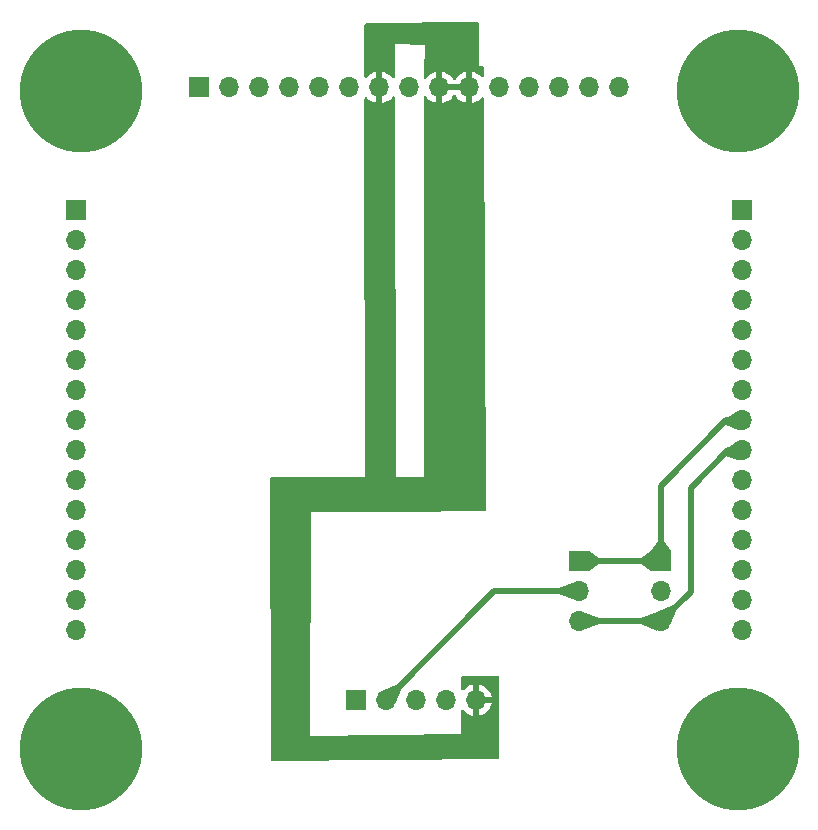
<source format=gbr>
%TF.GenerationSoftware,KiCad,Pcbnew,7.0.7*%
%TF.CreationDate,2024-04-01T01:41:43+05:30*%
%TF.ProjectId,Telemetry_Stack,54656c65-6d65-4747-9279-5f537461636b,rev?*%
%TF.SameCoordinates,Original*%
%TF.FileFunction,Copper,L1,Top*%
%TF.FilePolarity,Positive*%
%FSLAX46Y46*%
G04 Gerber Fmt 4.6, Leading zero omitted, Abs format (unit mm)*
G04 Created by KiCad (PCBNEW 7.0.7) date 2024-04-01 01:41:43*
%MOMM*%
%LPD*%
G01*
G04 APERTURE LIST*
%TA.AperFunction,ComponentPad*%
%ADD10R,1.700000X1.700000*%
%TD*%
%TA.AperFunction,ComponentPad*%
%ADD11O,1.700000X1.700000*%
%TD*%
%TA.AperFunction,ComponentPad*%
%ADD12C,10.400000*%
%TD*%
%TA.AperFunction,Conductor*%
%ADD13C,0.500000*%
%TD*%
G04 APERTURE END LIST*
D10*
%TO.P,J2,1,Pin_1*%
%TO.N,TX_TELEM*%
X158419800Y-103657400D03*
D11*
%TO.P,J2,2,Pin_2*%
%TO.N,RX_MODULE*%
X158419800Y-106197400D03*
%TO.P,J2,3,Pin_3*%
%TO.N,RX_TELEM*%
X158419800Y-108737400D03*
%TD*%
D10*
%TO.P,J1,1,Pin_1*%
%TO.N,TX_TELEM*%
X151485600Y-103647000D03*
D11*
%TO.P,J1,2,Pin_2*%
%TO.N,TX_MODULE*%
X151485600Y-106187000D03*
%TO.P,J1,3,Pin_3*%
%TO.N,RX_TELEM*%
X151485600Y-108727000D03*
%TD*%
D10*
%TO.P,U2,1*%
%TO.N,unconnected-(U2-Pad1)*%
X165296800Y-73947400D03*
D11*
%TO.P,U2,2*%
%TO.N,unconnected-(U2-Pad2)*%
X165296800Y-76487400D03*
%TO.P,U2,3*%
%TO.N,unconnected-(U2-Pad3)*%
X165296800Y-79027400D03*
%TO.P,U2,4*%
%TO.N,unconnected-(U2-Pad4)*%
X165296800Y-81567400D03*
%TO.P,U2,5*%
%TO.N,unconnected-(U2-Pad5)*%
X165296800Y-84107400D03*
%TO.P,U2,6*%
%TO.N,unconnected-(U2-Pad6)*%
X165296800Y-86647400D03*
%TO.P,U2,7*%
%TO.N,unconnected-(U2-Pad7)*%
X165296800Y-89187400D03*
%TO.P,U2,8*%
%TO.N,TX_TELEM*%
X165296800Y-91727400D03*
%TO.P,U2,9*%
%TO.N,RX_TELEM*%
X165296800Y-94267400D03*
%TO.P,U2,10*%
%TO.N,unconnected-(U2-Pad10)*%
X165296800Y-96807400D03*
%TO.P,U2,11*%
%TO.N,unconnected-(U2-Pad11)*%
X165296800Y-99347400D03*
%TO.P,U2,12*%
%TO.N,unconnected-(U2-Pad12)*%
X165296800Y-101887400D03*
%TO.P,U2,13*%
%TO.N,unconnected-(U2-Pad13)*%
X165296800Y-104427400D03*
%TO.P,U2,14*%
%TO.N,unconnected-(U2-Pad14)*%
X165296800Y-106967400D03*
%TO.P,U2,15*%
%TO.N,unconnected-(U2-Pad15)*%
X165296800Y-109507400D03*
%TO.P,U2,16*%
%TO.N,unconnected-(U2-Pad16)*%
X108896800Y-109477400D03*
%TO.P,U2,17*%
%TO.N,unconnected-(U2-Pad17)*%
X108896800Y-106937400D03*
%TO.P,U2,18*%
%TO.N,unconnected-(U2-Pad18)*%
X108896800Y-104397400D03*
%TO.P,U2,19*%
%TO.N,unconnected-(U2-Pad19)*%
X108896800Y-101857400D03*
%TO.P,U2,20*%
%TO.N,unconnected-(U2-Pad20)*%
X108896800Y-99317400D03*
%TO.P,U2,21*%
%TO.N,unconnected-(U2-Pad21)*%
X108896800Y-96777400D03*
%TO.P,U2,22*%
%TO.N,unconnected-(U2-Pad22)*%
X108896800Y-94237400D03*
%TO.P,U2,23*%
%TO.N,unconnected-(U2-Pad23)*%
X108896800Y-91697400D03*
%TO.P,U2,24*%
%TO.N,unconnected-(U2-Pad24)*%
X108896800Y-89157400D03*
%TO.P,U2,25*%
%TO.N,unconnected-(U2-Pad25)*%
X108896800Y-86617400D03*
%TO.P,U2,26*%
%TO.N,unconnected-(U2-Pad26)*%
X108896800Y-84077400D03*
%TO.P,U2,27*%
%TO.N,unconnected-(U2-Pad27)*%
X108896800Y-81537400D03*
%TO.P,U2,28*%
%TO.N,unconnected-(U2-Pad28)*%
X108896800Y-78997400D03*
%TO.P,U2,29*%
%TO.N,unconnected-(U2-Pad29)*%
X108896800Y-76457400D03*
D10*
%TO.P,U2,30*%
%TO.N,unconnected-(U2-Pad30)*%
X108896800Y-73917400D03*
%TO.P,U2,31*%
%TO.N,unconnected-(U2-Pad31)*%
X119321800Y-63532400D03*
D11*
%TO.P,U2,32*%
%TO.N,unconnected-(U2-Pad32)*%
X121861800Y-63532400D03*
%TO.P,U2,33*%
%TO.N,unconnected-(U2-Pad33)*%
X124401800Y-63532400D03*
%TO.P,U2,34*%
%TO.N,unconnected-(U2-Pad34)*%
X126941800Y-63532400D03*
%TO.P,U2,35*%
%TO.N,unconnected-(U2-Pad35)*%
X129481800Y-63532400D03*
%TO.P,U2,36*%
%TO.N,unconnected-(U2-Pad36)*%
X132021800Y-63532400D03*
%TO.P,U2,37*%
%TO.N,3.3V*%
X134561800Y-63532400D03*
%TO.P,U2,38*%
%TO.N,unconnected-(U2-Pad38)*%
X137101800Y-63532400D03*
%TO.P,U2,39*%
%TO.N,3.3V*%
X139641800Y-63532400D03*
%TO.P,U2,40*%
X142181800Y-63532400D03*
%TO.P,U2,41*%
%TO.N,unconnected-(U2-Pad41)*%
X144721800Y-63532400D03*
%TO.P,U2,42*%
%TO.N,unconnected-(U2-Pad42)*%
X147261800Y-63532400D03*
%TO.P,U2,43*%
%TO.N,unconnected-(U2-Pad43)*%
X149801800Y-63532400D03*
%TO.P,U2,44*%
%TO.N,unconnected-(U2-Pad44)*%
X152341800Y-63532400D03*
%TO.P,U2,45*%
%TO.N,unconnected-(U2-Pad45)*%
X154881800Y-63532400D03*
D12*
%TO.P,U2,49,1*%
%TO.N,GND*%
X164896800Y-119532400D03*
%TO.P,U2,50,1*%
X109296800Y-119532400D03*
%TO.P,U2,51,1*%
X109296800Y-63832400D03*
%TO.P,U2,52,1*%
X164896800Y-63847400D03*
%TD*%
D11*
%TO.P,U1,1,VDD*%
%TO.N,3.3V*%
X142732200Y-115388400D03*
%TO.P,U1,2,RST*%
%TO.N,unconnected-(U1-RST-Pad2)*%
X140192200Y-115388400D03*
%TO.P,U1,3,RXD*%
%TO.N,RX_MODULE*%
X137652200Y-115388400D03*
%TO.P,U1,4,TXD*%
%TO.N,TX_MODULE*%
X135112200Y-115388400D03*
D10*
%TO.P,U1,5,GND*%
%TO.N,GND*%
X132572200Y-115388400D03*
%TD*%
D13*
%TO.N,RX_TELEM*%
X160909000Y-97434400D02*
X164076000Y-94267400D01*
X160909000Y-106248200D02*
X160909000Y-97434400D01*
X164076000Y-94267400D02*
X165296800Y-94267400D01*
X151485600Y-108727000D02*
X158409400Y-108727000D01*
X158409400Y-108727000D02*
X158419800Y-108737400D01*
X158419800Y-108737400D02*
X160909000Y-106248200D01*
%TO.N,TX_TELEM*%
X158419800Y-103657400D02*
X158419800Y-97256600D01*
X158419800Y-97256600D02*
X163949000Y-91727400D01*
X158409400Y-103647000D02*
X158419800Y-103657400D01*
X163949000Y-91727400D02*
X165296800Y-91727400D01*
X151485600Y-103647000D02*
X158409400Y-103647000D01*
%TO.N,TX_MODULE*%
X144313600Y-106187000D02*
X151485600Y-106187000D01*
X135112200Y-115388400D02*
X144313600Y-106187000D01*
%TD*%
%TA.AperFunction,Conductor*%
%TO.N,RX_TELEM*%
G36*
X164702566Y-93673150D02*
G01*
X165291962Y-94261161D01*
X165295399Y-94269430D01*
X165294506Y-94273926D01*
X164975400Y-95043339D01*
X164969066Y-95049668D01*
X164961702Y-95050194D01*
X163917043Y-94783815D01*
X163911661Y-94780751D01*
X163570430Y-94439520D01*
X163567003Y-94431247D01*
X163570430Y-94422974D01*
X163572166Y-94421544D01*
X164687779Y-93671722D01*
X164696554Y-93669952D01*
X164702566Y-93673150D01*
G37*
%TD.AperFunction*%
%TD*%
%TA.AperFunction,Conductor*%
%TO.N,TX_TELEM*%
G36*
X158672010Y-101960827D02*
G01*
X158673296Y-101962353D01*
X159264120Y-102799353D01*
X159266091Y-102808088D01*
X159262839Y-102814368D01*
X158428078Y-103650112D01*
X158419807Y-103653544D01*
X158411532Y-103650122D01*
X158411522Y-103650112D01*
X157576760Y-102814368D01*
X157573338Y-102806093D01*
X157575477Y-102799356D01*
X158166303Y-101962353D01*
X158173875Y-101957570D01*
X158175863Y-101957400D01*
X158663737Y-101957400D01*
X158672010Y-101960827D01*
G37*
%TD.AperFunction*%
%TD*%
%TA.AperFunction,Conductor*%
%TO.N,RX_TELEM*%
G36*
X153178145Y-108474097D02*
G01*
X153184611Y-108480293D01*
X153185600Y-108485000D01*
X153185600Y-108968999D01*
X153182173Y-108977272D01*
X153178145Y-108979902D01*
X151821541Y-109508146D01*
X151812589Y-109507954D01*
X151806491Y-109501732D01*
X151486465Y-108731488D01*
X151486456Y-108722533D01*
X151486456Y-108722532D01*
X151806491Y-107952266D01*
X151812830Y-107945942D01*
X151821541Y-107945853D01*
X153178145Y-108474097D01*
G37*
%TD.AperFunction*%
%TD*%
%TA.AperFunction,Conductor*%
%TO.N,TX_TELEM*%
G36*
X164975952Y-90953074D02*
G01*
X164976689Y-90954546D01*
X165295644Y-91722209D01*
X165295653Y-91731164D01*
X165295646Y-91731180D01*
X164975673Y-92502681D01*
X164969339Y-92509010D01*
X164961216Y-92509315D01*
X163879384Y-92154089D01*
X163874761Y-92151246D01*
X163533841Y-91810326D01*
X163530414Y-91802053D01*
X163533841Y-91793780D01*
X163536153Y-91791985D01*
X164959925Y-90948966D01*
X164968788Y-90947701D01*
X164975952Y-90953074D01*
G37*
%TD.AperFunction*%
%TD*%
%TA.AperFunction,Conductor*%
%TO.N,3.3V*%
G36*
X142359312Y-64031907D02*
G01*
X142412115Y-64077662D01*
X142431800Y-64144701D01*
X142431800Y-64863033D01*
X142645283Y-64805833D01*
X142645292Y-64805829D01*
X142859378Y-64706000D01*
X143052878Y-64570508D01*
X143209945Y-64413441D01*
X143271269Y-64379956D01*
X143340960Y-64384940D01*
X143396894Y-64426811D01*
X143421311Y-64492276D01*
X143421626Y-64500537D01*
X143585616Y-99266459D01*
X143566247Y-99333591D01*
X143513660Y-99379594D01*
X143462461Y-99391041D01*
X136118600Y-99441000D01*
X128803400Y-99441000D01*
X128651000Y-118414800D01*
X141452600Y-118313200D01*
X141452600Y-116307871D01*
X141472285Y-116240832D01*
X141525089Y-116195077D01*
X141594247Y-116185133D01*
X141657803Y-116214158D01*
X141678175Y-116236748D01*
X141694092Y-116259480D01*
X141861117Y-116426505D01*
X142054621Y-116562000D01*
X142268707Y-116661829D01*
X142268716Y-116661833D01*
X142482200Y-116719034D01*
X142482200Y-116000701D01*
X142501885Y-115933662D01*
X142554689Y-115887907D01*
X142623847Y-115877963D01*
X142696437Y-115888400D01*
X142696438Y-115888400D01*
X142767962Y-115888400D01*
X142767963Y-115888400D01*
X142840553Y-115877963D01*
X142909712Y-115887907D01*
X142962515Y-115933662D01*
X142982200Y-116000701D01*
X142982200Y-116719033D01*
X143195683Y-116661833D01*
X143195692Y-116661829D01*
X143409778Y-116562000D01*
X143603282Y-116426505D01*
X143770305Y-116259482D01*
X143905800Y-116065978D01*
X144005629Y-115851892D01*
X144005632Y-115851886D01*
X144062836Y-115638400D01*
X143345547Y-115638400D01*
X143278508Y-115618715D01*
X143232753Y-115565911D01*
X143222809Y-115496753D01*
X143226569Y-115479467D01*
X143232200Y-115460288D01*
X143232200Y-115316511D01*
X143226569Y-115297333D01*
X143226570Y-115227464D01*
X143264345Y-115168686D01*
X143327901Y-115139662D01*
X143345547Y-115138400D01*
X144062836Y-115138400D01*
X144062835Y-115138399D01*
X144005632Y-114924913D01*
X144005629Y-114924907D01*
X143905800Y-114710822D01*
X143905799Y-114710820D01*
X143770313Y-114517326D01*
X143770308Y-114517320D01*
X143603282Y-114350294D01*
X143409778Y-114214799D01*
X143195692Y-114114970D01*
X143195686Y-114114967D01*
X142982200Y-114057764D01*
X142982200Y-114776098D01*
X142962515Y-114843137D01*
X142909711Y-114888892D01*
X142840555Y-114898836D01*
X142767966Y-114888400D01*
X142767963Y-114888400D01*
X142696437Y-114888400D01*
X142696433Y-114888400D01*
X142623845Y-114898836D01*
X142554687Y-114888892D01*
X142501884Y-114843136D01*
X142482200Y-114776098D01*
X142482200Y-114057764D01*
X142482199Y-114057764D01*
X142268713Y-114114967D01*
X142268707Y-114114970D01*
X142054622Y-114214799D01*
X142054620Y-114214800D01*
X141861126Y-114350286D01*
X141861120Y-114350291D01*
X141694091Y-114517320D01*
X141694083Y-114517329D01*
X141678174Y-114540051D01*
X141623597Y-114583676D01*
X141554099Y-114590868D01*
X141491744Y-114559345D01*
X141456331Y-114499115D01*
X141452600Y-114468927D01*
X141452600Y-113507677D01*
X141472285Y-113440638D01*
X141525089Y-113394883D01*
X141574659Y-113383692D01*
X144578317Y-113336760D01*
X144645654Y-113355395D01*
X144692228Y-113407478D01*
X144704251Y-113460299D01*
X144728755Y-120272530D01*
X144709312Y-120339640D01*
X144656673Y-120385584D01*
X144605732Y-120396972D01*
X125498979Y-120547419D01*
X125431787Y-120528263D01*
X125385618Y-120475821D01*
X125374004Y-120423817D01*
X125367626Y-118414800D01*
X125298593Y-96669309D01*
X125318064Y-96602209D01*
X125370723Y-96556287D01*
X125422110Y-96544918D01*
X128717281Y-96532121D01*
X133323533Y-96514233D01*
X133324600Y-98196400D01*
X135940800Y-98094800D01*
X135937629Y-96504081D01*
X138379200Y-96494600D01*
X138307233Y-64373642D01*
X138326767Y-64306564D01*
X138379468Y-64260691D01*
X138448604Y-64250593D01*
X138512225Y-64279475D01*
X138532806Y-64302246D01*
X138603690Y-64403478D01*
X138770717Y-64570505D01*
X138964221Y-64706000D01*
X139178307Y-64805829D01*
X139178316Y-64805833D01*
X139391800Y-64863034D01*
X139391800Y-64144701D01*
X139411485Y-64077662D01*
X139464289Y-64031907D01*
X139533447Y-64021963D01*
X139606037Y-64032400D01*
X139606038Y-64032400D01*
X139677562Y-64032400D01*
X139677563Y-64032400D01*
X139750153Y-64021963D01*
X139819312Y-64031907D01*
X139872115Y-64077662D01*
X139891800Y-64144701D01*
X139891800Y-64863033D01*
X140105283Y-64805833D01*
X140105292Y-64805829D01*
X140319378Y-64706000D01*
X140512882Y-64570505D01*
X140679905Y-64403482D01*
X140810225Y-64217368D01*
X140864802Y-64173744D01*
X140934301Y-64166551D01*
X140996655Y-64198073D01*
X141013375Y-64217368D01*
X141143694Y-64403482D01*
X141310717Y-64570505D01*
X141504221Y-64706000D01*
X141718307Y-64805829D01*
X141718316Y-64805833D01*
X141931800Y-64863034D01*
X141931800Y-64144701D01*
X141951485Y-64077662D01*
X142004289Y-64031907D01*
X142073447Y-64021963D01*
X142146037Y-64032400D01*
X142146038Y-64032400D01*
X142217562Y-64032400D01*
X142217563Y-64032400D01*
X142290153Y-64021963D01*
X142359312Y-64031907D01*
G37*
%TD.AperFunction*%
%TA.AperFunction,Conductor*%
G36*
X141635492Y-63302085D02*
G01*
X141681247Y-63354889D01*
X141691191Y-63424047D01*
X141687431Y-63441333D01*
X141681800Y-63460511D01*
X141681800Y-63604288D01*
X141687431Y-63623467D01*
X141687430Y-63693336D01*
X141649655Y-63752114D01*
X141586099Y-63781138D01*
X141568453Y-63782400D01*
X140255147Y-63782400D01*
X140188108Y-63762715D01*
X140142353Y-63709911D01*
X140132409Y-63640753D01*
X140136169Y-63623467D01*
X140141800Y-63604288D01*
X140141800Y-63460511D01*
X140136169Y-63441333D01*
X140136170Y-63371464D01*
X140173945Y-63312686D01*
X140237501Y-63283662D01*
X140255147Y-63282400D01*
X141568453Y-63282400D01*
X141635492Y-63302085D01*
G37*
%TD.AperFunction*%
%TA.AperFunction,Conductor*%
G36*
X139891800Y-62920098D02*
G01*
X139872115Y-62987137D01*
X139819311Y-63032892D01*
X139750155Y-63042836D01*
X139677566Y-63032400D01*
X139677563Y-63032400D01*
X139606037Y-63032400D01*
X139606033Y-63032400D01*
X139533445Y-63042836D01*
X139464287Y-63032892D01*
X139411484Y-62987136D01*
X139391800Y-62920098D01*
X139391800Y-62275093D01*
X139891800Y-62272203D01*
X139891800Y-62920098D01*
G37*
%TD.AperFunction*%
%TA.AperFunction,Conductor*%
G36*
X142431800Y-62920098D02*
G01*
X142412115Y-62987137D01*
X142359311Y-63032892D01*
X142290155Y-63042836D01*
X142217566Y-63032400D01*
X142217563Y-63032400D01*
X142146037Y-63032400D01*
X142146033Y-63032400D01*
X142073445Y-63042836D01*
X142004287Y-63032892D01*
X141951484Y-62987136D01*
X141931800Y-62920098D01*
X141931800Y-62260411D01*
X142431800Y-62257521D01*
X142431800Y-62920098D01*
G37*
%TD.AperFunction*%
%TA.AperFunction,Conductor*%
G36*
X141504222Y-62358799D02*
G01*
X141504220Y-62358800D01*
X141310726Y-62494286D01*
X141310720Y-62494291D01*
X141143691Y-62661320D01*
X141143690Y-62661322D01*
X141013375Y-62847431D01*
X140958798Y-62891055D01*
X140889299Y-62898248D01*
X140826945Y-62866726D01*
X140810225Y-62847431D01*
X140679909Y-62661322D01*
X140679908Y-62661320D01*
X140512882Y-62494294D01*
X140319378Y-62358799D01*
X140130709Y-62270822D01*
X141712497Y-62261679D01*
X141504222Y-62358799D01*
G37*
%TD.AperFunction*%
%TA.AperFunction,Conductor*%
G36*
X138379200Y-62280800D02*
G01*
X138404600Y-62280800D01*
X139140615Y-62276545D01*
X138964222Y-62358799D01*
X138964220Y-62358800D01*
X138770726Y-62494286D01*
X138770720Y-62494291D01*
X138603691Y-62661320D01*
X138603690Y-62661322D01*
X138529051Y-62767917D01*
X138474473Y-62811542D01*
X138404975Y-62818734D01*
X138342620Y-62787212D01*
X138307207Y-62726982D01*
X138303477Y-62697081D01*
X138303000Y-62484000D01*
X138325019Y-61779390D01*
X138346787Y-61712999D01*
X138361970Y-61694895D01*
X138385748Y-61671486D01*
X138385751Y-61671486D01*
X138379200Y-62280800D01*
G37*
%TD.AperFunction*%
%TA.AperFunction,Conductor*%
G36*
X143285599Y-61695986D02*
G01*
X143285600Y-61695986D01*
X143352540Y-61716005D01*
X143398030Y-61769037D01*
X143408979Y-61819399D01*
X143412443Y-62553909D01*
X143393074Y-62621041D01*
X143340487Y-62667044D01*
X143271376Y-62677314D01*
X143207684Y-62648589D01*
X143200763Y-62642175D01*
X143052882Y-62494294D01*
X142859378Y-62358799D01*
X142645292Y-62258970D01*
X142645286Y-62258967D01*
X142635496Y-62256343D01*
X142798800Y-62255400D01*
X143002000Y-62255400D01*
X142998641Y-61694551D01*
X143285599Y-61695986D01*
G37*
%TD.AperFunction*%
%TD*%
%TA.AperFunction,Conductor*%
%TO.N,TX_MODULE*%
G36*
X151158610Y-105406045D02*
G01*
X151164708Y-105412267D01*
X151484734Y-106182510D01*
X151484743Y-106191465D01*
X151484734Y-106191488D01*
X151164708Y-106961732D01*
X151158369Y-106968057D01*
X151149658Y-106968146D01*
X149793055Y-106439902D01*
X149786589Y-106433706D01*
X149785600Y-106428999D01*
X149785600Y-105945000D01*
X149789027Y-105936727D01*
X149793055Y-105934097D01*
X151149658Y-105405853D01*
X151158610Y-105406045D01*
G37*
%TD.AperFunction*%
%TD*%
%TA.AperFunction,Conductor*%
%TO.N,RX_TELEM*%
G36*
X158092848Y-107956409D02*
G01*
X158098881Y-107962602D01*
X158418934Y-108732911D01*
X158418943Y-108741866D01*
X158418934Y-108741889D01*
X158098939Y-109512058D01*
X158092600Y-109518383D01*
X158083812Y-109518441D01*
X156729247Y-108979933D01*
X156722825Y-108973693D01*
X156721869Y-108969061D01*
X156721869Y-108485051D01*
X156725296Y-108476778D01*
X156729386Y-108474125D01*
X158083899Y-107956163D01*
X158092848Y-107956409D01*
G37*
%TD.AperFunction*%
%TD*%
%TA.AperFunction,Conductor*%
%TO.N,TX_TELEM*%
G36*
X152343644Y-102802678D02*
G01*
X153180647Y-103393504D01*
X153185430Y-103401074D01*
X153185600Y-103403062D01*
X153185600Y-103890937D01*
X153182173Y-103899210D01*
X153180647Y-103900496D01*
X152343646Y-104491320D01*
X152334911Y-104493291D01*
X152328631Y-104490039D01*
X151738394Y-103900496D01*
X151492886Y-103655276D01*
X151489455Y-103647007D01*
X151492876Y-103638733D01*
X152328632Y-102803959D01*
X152336906Y-102800538D01*
X152343644Y-102802678D01*
G37*
%TD.AperFunction*%
%TD*%
%TA.AperFunction,Conductor*%
%TO.N,TX_TELEM*%
G36*
X157576710Y-102814302D02*
G01*
X158412486Y-103649096D01*
X158415918Y-103657367D01*
X158412496Y-103665642D01*
X158412461Y-103665677D01*
X157576797Y-104495265D01*
X157568511Y-104498662D01*
X157561768Y-104496493D01*
X156724714Y-103900498D01*
X156719962Y-103892908D01*
X156719800Y-103890967D01*
X156719800Y-103403123D01*
X156723227Y-103394850D01*
X156724827Y-103393512D01*
X157561776Y-102812965D01*
X157570525Y-102811067D01*
X157576710Y-102814302D01*
G37*
%TD.AperFunction*%
%TD*%
%TA.AperFunction,Conductor*%
%TO.N,RX_TELEM*%
G36*
X159450761Y-107364198D02*
G01*
X159793001Y-107706438D01*
X159796428Y-107714711D01*
X159795439Y-107719418D01*
X159209700Y-109052207D01*
X159203234Y-109058403D01*
X159194523Y-109058314D01*
X158423585Y-108739962D01*
X158417247Y-108733638D01*
X158098885Y-107962674D01*
X158098894Y-107953721D01*
X158104991Y-107947499D01*
X159437782Y-107361759D01*
X159446733Y-107361568D01*
X159450761Y-107364198D01*
G37*
%TD.AperFunction*%
%TD*%
%TA.AperFunction,Conductor*%
%TO.N,TX_MODULE*%
G36*
X136143161Y-114015198D02*
G01*
X136485401Y-114357438D01*
X136488828Y-114365711D01*
X136487839Y-114370418D01*
X135902100Y-115703207D01*
X135895634Y-115709403D01*
X135886923Y-115709314D01*
X135115985Y-115390962D01*
X135109647Y-115384638D01*
X134791285Y-114613674D01*
X134791294Y-114604721D01*
X134797391Y-114598499D01*
X136130182Y-114012759D01*
X136139133Y-114012568D01*
X136143161Y-114015198D01*
G37*
%TD.AperFunction*%
%TD*%
%TA.AperFunction,Conductor*%
%TO.N,3.3V*%
G36*
X134739312Y-64031907D02*
G01*
X134792115Y-64077662D01*
X134811800Y-64144701D01*
X134811800Y-64863033D01*
X135025283Y-64805833D01*
X135025292Y-64805829D01*
X135239378Y-64706000D01*
X135432882Y-64570505D01*
X135599908Y-64403479D01*
X135648069Y-64334699D01*
X135702646Y-64291074D01*
X135772144Y-64283881D01*
X135834499Y-64315403D01*
X135869913Y-64375633D01*
X135873644Y-64405575D01*
X135937628Y-96504080D01*
X135937629Y-96504079D01*
X135940800Y-98094800D01*
X133324600Y-98196400D01*
X133303234Y-64481509D01*
X133322875Y-64414462D01*
X133375650Y-64368673D01*
X133444802Y-64358686D01*
X133508376Y-64387671D01*
X133522217Y-64401723D01*
X133523688Y-64403476D01*
X133690717Y-64570505D01*
X133884221Y-64706000D01*
X134098307Y-64805829D01*
X134098316Y-64805833D01*
X134311800Y-64863034D01*
X134311800Y-64144701D01*
X134331485Y-64077662D01*
X134384289Y-64031907D01*
X134453447Y-64021963D01*
X134526037Y-64032400D01*
X134526038Y-64032400D01*
X134597562Y-64032400D01*
X134597563Y-64032400D01*
X134670153Y-64021963D01*
X134739312Y-64031907D01*
G37*
%TD.AperFunction*%
%TA.AperFunction,Conductor*%
G36*
X142919288Y-58033887D02*
G01*
X142965594Y-58086207D01*
X142977345Y-58138157D01*
X142998640Y-61694551D01*
X142998641Y-61694551D01*
X143002000Y-62255400D01*
X142798800Y-62255400D01*
X142635496Y-62256343D01*
X142431800Y-62201764D01*
X142431800Y-62257521D01*
X141931800Y-62260411D01*
X141931800Y-62201764D01*
X141931799Y-62201764D01*
X141718313Y-62258967D01*
X141718307Y-62258970D01*
X141712497Y-62261679D01*
X140130709Y-62270822D01*
X140105292Y-62258970D01*
X140105286Y-62258967D01*
X139891800Y-62201764D01*
X139891800Y-62272203D01*
X139391800Y-62275093D01*
X139391800Y-62201764D01*
X139391799Y-62201764D01*
X139178313Y-62258967D01*
X139178307Y-62258970D01*
X139140615Y-62276545D01*
X138404600Y-62280800D01*
X138379200Y-62280800D01*
X138404600Y-59918600D01*
X138404599Y-59918599D01*
X138404600Y-59918599D01*
X135914402Y-59868796D01*
X135864600Y-59867800D01*
X135864599Y-59867800D01*
X135870152Y-62653743D01*
X135850601Y-62720821D01*
X135797888Y-62766681D01*
X135728750Y-62776763D01*
X135665136Y-62747865D01*
X135644577Y-62725113D01*
X135599913Y-62661326D01*
X135599908Y-62661320D01*
X135432882Y-62494294D01*
X135239378Y-62358799D01*
X135025292Y-62258970D01*
X135025286Y-62258967D01*
X134811800Y-62201764D01*
X134811800Y-62920098D01*
X134792115Y-62987137D01*
X134739311Y-63032892D01*
X134670155Y-63042836D01*
X134597566Y-63032400D01*
X134597563Y-63032400D01*
X134526037Y-63032400D01*
X134526033Y-63032400D01*
X134453445Y-63042836D01*
X134384287Y-63032892D01*
X134331484Y-62987136D01*
X134311800Y-62920098D01*
X134311800Y-62201764D01*
X134311799Y-62201764D01*
X134098313Y-62258967D01*
X134098307Y-62258970D01*
X133884222Y-62358799D01*
X133884220Y-62358800D01*
X133690726Y-62494286D01*
X133690720Y-62494291D01*
X133523693Y-62661318D01*
X133521016Y-62664509D01*
X133462841Y-62703207D01*
X133392980Y-62704310D01*
X133333613Y-62667469D01*
X133303588Y-62604379D01*
X133302032Y-62584875D01*
X133301990Y-62518189D01*
X133299277Y-58237980D01*
X133318919Y-58170931D01*
X133371694Y-58125142D01*
X133421974Y-58113911D01*
X142852047Y-58014907D01*
X142919288Y-58033887D01*
G37*
%TD.AperFunction*%
%TD*%
M02*

</source>
